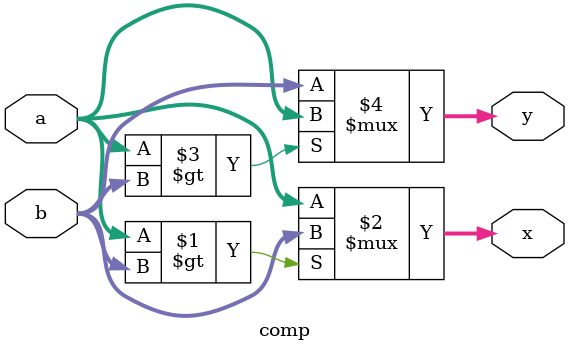
<source format=v>
module comp
(
	input [3:0] a,b,
	// input [3:0] b,
	output [3:0] x,y
);

assign x = (a > b) ? b : a;
assign y = a > b ? a : b;

endmodule

</source>
